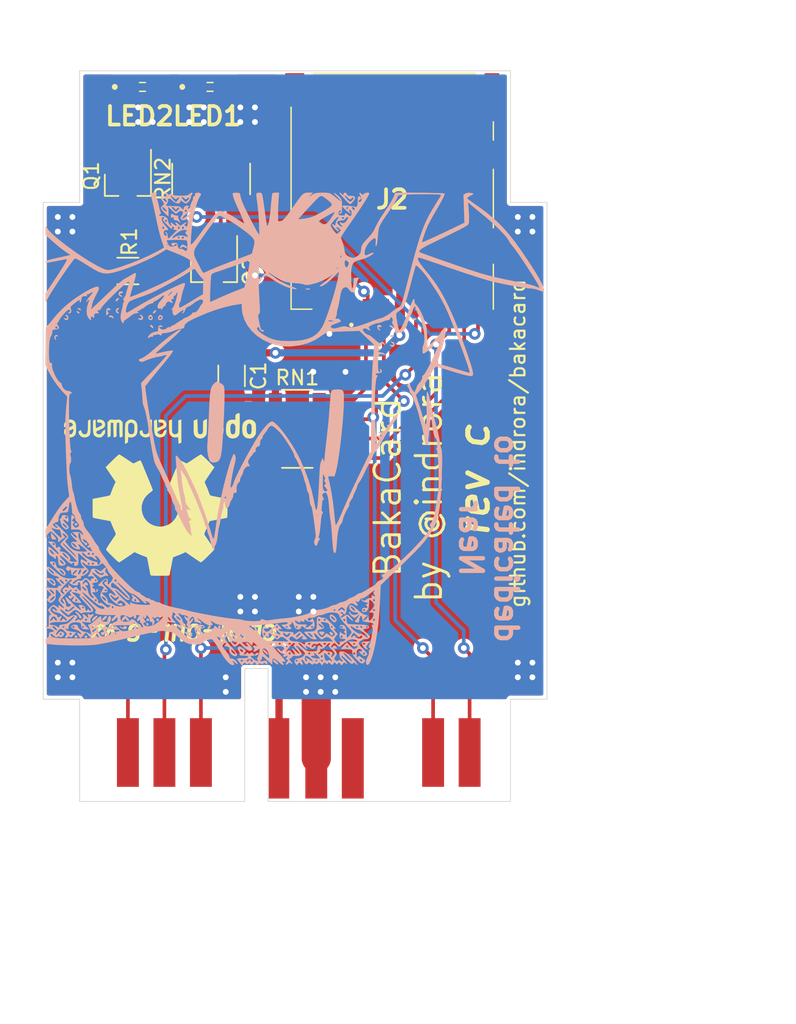
<source format=kicad_pcb>
(kicad_pcb (version 20211014) (generator pcbnew)
  (layers (0 "F.Cu" signal) (31 "B.Cu" signal) (34 "B.Paste" user) (35 "F.Paste" user) (36 "B.SilkS" user "B.Silkscreen") (37 "F.SilkS" user "F.Silkscreen") (38 "B.Mask" user) (39 "F.Mask" user) (44 "Edge.Cuts" user))
  (net 0 "")
  (net 1 "GND")
  (net 2 "+3V3")
  (net 3 "/ACK")
  (net 4 "/CLK")
  (net 5 "/CS")
  (net 6 "/DI")
  (net 7 "/DO")
  (net 8 "/CD")
  (net 9 "Net-(Q2-Pad2)")
  (net 11 "Net-(J2-Pad1)")
  (net 12 "Net-(J2-Pad8)")
  (net 13 "Net-(LED1-Pad2)")
  (net 14 "Net-(LED2-Pad2)")
  (footprint "Capacitor_SMD:C_1206_3216Metric" (layer "F.Cu") (at 179.9 99.375 -90)
    (fp_text reference "C1" (at 0 -1.85 90) (layer "F.SilkS"))
    (fp_text value "470nF")
    (pad "1" smd roundrect (at -1.475 0 270) (size 1.15 1.8) (layers "F.Cu" "F.Paste" "F.Mask") (roundrect_rratio 0.2173913043) (net 2 "+3V3"))
    (pad "2" smd roundrect (at 1.475 0 270) (size 1.15 1.8) (layers "F.Cu" "F.Paste" "F.Mask") (roundrect_rratio 0.2173913043) (net 1 "GND"))
  )
  (footprint "sd2ps2:PlayStation_Memory_Card" (layer "F.Cu") (at 184.25 128.5)
    (fp_text reference "J1")
    (fp_text value " ")
    (pad "1" smd rect locked (at 11.95 -3.35) (size 1.5 4.7) (layers "F.Cu" "F.Mask") (net 7 "/DO"))
    (pad "2" smd rect locked (at 9.45 -3.35) (size 1.5 4.7) (layers "F.Cu" "F.Mask") (net 6 "/DI"))
    (pad "3" smd rect locked (at 3.95 -2.95) (size 1.5 5.5) (layers "F.Cu" "F.Mask"))
    (pad "4" smd rect locked (at 1.45 -2.95) (size 1.5 5.5) (layers "F.Cu" "F.Mask") (net 1 "GND"))
    (pad "5" smd rect locked (at -1.1 -2.95) (size 1.4 5.5) (layers "F.Cu" "F.Mask") (net 2 "+3V3"))
    (pad "6" smd rect locked (at -6.45 -3.35) (size 1.5 4.7) (layers "F.Cu" "F.Mask") (net 5 "/CS"))
    (pad "7" smd rect locked (at -8.95 -3.35) (size 1.5 4.7) (layers "F.Cu" "F.Mask") (net 4 "/CLK"))
    (pad "8" smd rect locked (at -11.45 -3.35) (size 1.5 4.7) (layers "F.Cu" "F.Mask") (net 3 "/ACK"))
  )
  (footprint "SamacSys_Parts:DM3ATSFPEJM5" (layer "F.Cu") (at 190.9 87.3 180)
    (fp_text reference "J2" (at 0 0 180) (layer "F.SilkS") (effects (font (size 1.27 1.27) (thickness 0.254))))
    (fp_text value "DM3AT-SF-PEJM5" hide)
    (pad "1" smd rect locked (at 2.775 -7.412 180) (size 0.7 1.2) (layers "F.Cu" "F.Paste" "F.Mask") (net 11 "Net-(J2-Pad1)"))
    (pad "2" smd rect locked (at 1.675 -7.412 180) (size 0.7 1.2) (layers "F.Cu" "F.Paste" "F.Mask") (net 5 "/CS"))
    (pad "3" smd rect locked (at 0.575 -7.412 180) (size 0.7 1.2) (layers "F.Cu" "F.Paste" "F.Mask") (net 6 "/DI"))
    (pad "4" smd rect locked (at -0.525 -7.412 180) (size 0.7 1.2) (layers "F.Cu" "F.Paste" "F.Mask") (net 2 "+3V3"))
    (pad "5" smd rect locked (at -1.625 -7.412 180) (size 0.7 1.2) (layers "F.Cu" "F.Paste" "F.Mask") (net 4 "/CLK"))
    (pad "6" smd rect locked (at -2.725 -7.412 180) (size 0.7 1.2) (layers "F.Cu" "F.Paste" "F.Mask") (net 1 "GND"))
    (pad "7" smd rect locked (at -3.825 -7.412 180) (size 0.7 1.2) (layers "F.Cu" "F.Paste" "F.Mask") (net 7 "/DO"))
    (pad "8" smd rect locked (at -4.925 -7.412 180) (size 0.7 1.2) (layers "F.Cu" "F.Paste" "F.Mask") (net 12 "Net-(J2-Pad8)"))
    (pad "MP1" smd rect locked (at 4.325 -7.412 180) (size 1 1.2) (layers "F.Cu" "F.Paste" "F.Mask") (net 1 "GND"))
    (pad "MP2" smd rect locked (at -5.875 -7.412 180) (size 0.7 1.2) (layers "F.Cu" "F.Paste" "F.Mask") (net 8 "/CD"))
    (pad "MP3" smd rect locked (at -6.825 -3.112 180) (size 1 1.2) (layers "F.Cu" "F.Paste" "F.Mask") (net 1 "GND"))
    (pad "MP4" smd rect locked (at -6.825 3.087 270) (size 0.8 1) (layers "F.Cu" "F.Paste" "F.Mask") (net 2 "+3V3"))
    (pad "MP5" smd rect locked (at -6.825 7.237 180) (size 1 2.8) (layers "F.Cu" "F.Paste" "F.Mask") (net 1 "GND"))
    (pad "MP6" smd rect locked (at 6.675 7.688 180) (size 1.3 1.9) (layers "F.Cu" "F.Paste" "F.Mask") (net 1 "GND"))
  )
  (footprint "sd2ps2:LTSTS270KxKT" (layer "F.Cu") (at 178.425 79.6)
    (fp_text reference "LED1" (at -0.2 2) (layer "F.SilkS") (effects (font (size 1.27 1.27) (thickness 0.254))))
    (fp_text value "LTST-S270KGKT" hide)
    (pad "1" smd rect (at -1 0 90) (size 1.1 1.1) (layers "F.Cu" "F.Paste" "F.Mask") (net 1 "GND"))
    (pad "2" smd rect (at 1 0 90) (size 1.1 1.1) (layers "F.Cu" "F.Paste" "F.Mask") (net 13 "Net-(LED1-Pad2)"))
  )
  (footprint "Resistor_SMD:R_1206_3216Metric" (layer "F.Cu") (at 172.8 92.2)
    (fp_text reference "R1" (at 0.1 -2 90) (layer "F.SilkS"))
    (fp_text value "47")
    (pad "1" smd roundrect (at -1.4625 0) (size 1.125 1.75) (layers "F.Cu" "F.Paste" "F.Mask") (roundrect_rratio 0.2222222222) (net 3 "/ACK"))
    (pad "2" smd roundrect (at 1.4625 0) (size 1.125 1.75) (layers "F.Cu" "F.Paste" "F.Mask") (roundrect_rratio 0.2222222222) (net 1 "GND"))
  )
  (footprint "sd2ps2:SOT-7_23Combo" (layer "F.Cu") (at 172.8 86.3 -90)
    (fp_text reference "Q1" (at -0.6 2.5 -90) (layer "F.SilkS"))
    (fp_text value "DTC114T")
    (pad "1" smd rect (at -0.575 -0.4 270) (size 0.45 0.4) (layers "F.Cu" "F.Paste" "F.Mask") (net 8 "/CD"))
    (pad "1" smd rect (at -1.5 -0.9 270) (size 1.9 1) (layers "F.Cu" "F.Mask") (net 8 "/CD"))
    (pad "2" smd rect (at -1.5 0.9 270) (size 1.9 1) (layers "F.Cu" "F.Mask") (net 1 "GND"))
    (pad "2" smd rect (at -0.575 0.4 270) (size 0.45 0.4) (layers "F.Cu" "F.Paste" "F.Mask") (net 1 "GND"))
    (pad "3" smd rect (at 0.575 0 270) (size 0.45 0.5) (layers "F.Cu" "F.Paste" "F.Mask") (net 3 "/ACK"))
    (pad "3" smd rect (at 1.5 0 270) (size 1.9 0.8) (layers "F.Cu" "F.Mask") (net 3 "/ACK"))
  )
  (footprint "sd2ps2:SOT-7_23Combo" (layer "F.Cu") (at 178.7 92.2 -90)
    (fp_text reference "Q2" (at 0 -2.5 -90) (layer "F.SilkS"))
    (fp_text value "DTC114T")
    (pad "1" smd rect (at -0.575 -0.4 270) (size 0.45 0.4) (layers "F.Cu" "F.Paste" "F.Mask") (net 5 "/CS"))
    (pad "1" smd rect (at -1.5 -0.9 270) (size 1.9 1) (layers "F.Cu" "F.Mask") (net 5 "/CS"))
    (pad "2" smd rect (at -1.5 0.9 270) (size 1.9 1) (layers "F.Cu" "F.Mask") (net 9 "Net-(Q2-Pad2)"))
    (pad "2" smd rect (at -0.575 0.4 270) (size 0.45 0.4) (layers "F.Cu" "F.Paste" "F.Mask") (net 9 "Net-(Q2-Pad2)"))
    (pad "3" smd rect (at 1.5 0 270) (size 1.9 0.8) (layers "F.Cu" "F.Mask") (net 2 "+3V3"))
    (pad "3" smd rect (at 0.575 0 270) (size 0.45 0.5) (layers "F.Cu" "F.Paste" "F.Mask") (net 2 "+3V3"))
  )
  (footprint "Symbol:OSHW-Logo2_14.6x12mm_SilkScreen" (layer "F.Cu") (at 175 107.5 180)
    (fp_text reference "REF**" hide)
    (fp_text value "OSHW-Logo2_14.6x12mm_SilkScreen" hide)
  )
  (footprint "Fiducial:Fiducial_0.75mm_Mask1.5mm" (layer "F.Cu") (at 200 117)
    (fp_text reference "FID1" hide)
    (fp_text value "Fiducial")
    (pad "" smd circle (at 0 0) (size 0.75 0.75) (layers "F.Cu" "F.Mask") (clearance 0.375))
  )
  (footprint "Fiducial:Fiducial_0.75mm_Mask1.5mm" (layer "F.Cu") (at 168.5 91.5)
    (fp_text reference "FID2" hide)
    (fp_text value "Fiducial")
    (pad "" smd circle (at 0 0) (size 0.75 0.75) (layers "F.Cu" "F.Mask") (clearance 0.375))
  )
  (footprint "sd2ps2:LTSTS270KxKT" (layer "F.Cu") (at 173.8 79.6)
    (fp_text reference "LED2" (at -0.2 2) (layer "F.SilkS") (effects (font (size 1.27 1.27) (thickness 0.254))))
    (fp_text value "LTST-S270KRKT" hide)
    (pad "1" smd rect (at -1 0 90) (size 1.1 1.1) (layers "F.Cu" "F.Paste" "F.Mask") (net 1 "GND"))
    (pad "2" smd rect (at 1 0 90) (size 1.1 1.1) (layers "F.Cu" "F.Paste" "F.Mask") (net 14 "Net-(LED2-Pad2)"))
  )
  (footprint "Resistor_SMD:R_Array_Convex_4x1206" (layer "F.Cu") (at 178.5 85.9 90)
    (fp_text reference "RN2" (at 0 -3.3 90) (layer "F.SilkS"))
    (fp_text value "CAY16-1002F4LF")
    (pad "1" smd rect (at -1.5 -2 90) (size 0.9 0.9) (layers "F.Cu" "F.Paste" "F.Mask") (net 8 "/CD"))
    (pad "2" smd rect (at -1.5 -0.66 90) (size 0.9 0.9) (layers "F.Cu" "F.Paste" "F.Mask") (net 8 "/CD"))
    (pad "3" smd rect (at -1.5 0.66 90) (size 0.9 0.9) (layers "F.Cu" "F.Paste" "F.Mask") (net 9 "Net-(Q2-Pad2)"))
    (pad "4" smd rect (at -1.5 2 90) (size 0.9 0.9) (layers "F.Cu" "F.Paste" "F.Mask") (net 9 "Net-(Q2-Pad2)"))
    (pad "5" smd rect (at 1.5 2 90) (size 0.9 0.9) (layers "F.Cu" "F.Paste" "F.Mask") (net 13 "Net-(LED1-Pad2)"))
    (pad "6" smd rect (at 1.5 0.66 90) (size 0.9 0.9) (layers "F.Cu" "F.Paste" "F.Mask") (net 13 "Net-(LED1-Pad2)"))
    (pad "7" smd rect (at 1.5 -0.66 90) (size 0.9 0.9) (layers "F.Cu" "F.Paste" "F.Mask") (net 14 "Net-(LED2-Pad2)"))
    (pad "8" smd rect (at 1.5 -2 90) (size 0.9 0.9) (layers "F.Cu" "F.Paste" "F.Mask") (net 14 "Net-(LED2-Pad2)"))
  )
  (footprint "Resistor_SMD:R_Array_Convex_4x1206" (layer "F.Cu") (at 184.4 103)
    (fp_text reference "RN1" (at 0 -3.5) (layer "F.SilkS"))
    (fp_text value "CAY16-1002F4LF")
    (pad "1" smd rect (at -1.5 -2) (size 0.9 0.9) (layers "F.Cu" "F.Paste" "F.Mask") (net 2 "+3V3"))
    (pad "2" smd rect (at -1.5 -0.66) (size 0.9 0.9) (layers "F.Cu" "F.Paste" "F.Mask") (net 2 "+3V3"))
    (pad "3" smd rect (at -1.5 0.66) (size 0.9 0.9) (layers "F.Cu" "F.Paste" "F.Mask") (net 2 "+3V3"))
    (pad "4" smd rect (at -1.5 2) (size 0.9 0.9) (layers "F.Cu" "F.Paste" "F.Mask") (net 2 "+3V3"))
    (pad "5" smd rect (at 1.5 2) (size 0.9 0.9) (layers "F.Cu" "F.Paste" "F.Mask") (net 12 "Net-(J2-Pad8)"))
    (pad "6" smd rect (at 1.5 0.66) (size 0.9 0.9) (layers "F.Cu" "F.Paste" "F.Mask") (net 7 "/DO"))
    (pad "7" smd rect (at 1.5 -0.66) (size 0.9 0.9) (layers "F.Cu" "F.Paste" "F.Mask") (net 5 "/CS"))
    (pad "8" smd rect (at 1.5 -2) (size 0.9 0.9) (layers "F.Cu" "F.Paste" "F.Mask") (net 11 "Net-(J2-Pad1)"))
  )
  (footprint "Fiducial:Fiducial_1mm_Mask2mm" (layer "F.Cu") (at 168.5 117)
    (fp_text reference "FID3" hide)
    (fp_text value "Fiducial")
    (pad "" smd circle (at 0 0) (size 1 1) (layers "F.Cu" "F.Mask") (clearance 0.5))
  )
  (footprint "sd2ps2:cirno" (layer "B.Cu") (at 184.2 103)
    (fp_text reference "G***" hide)
    (fp_text value "LOGO" hide)
  )
  (gr_line (start 180.8 119.4) (end 180.8 128.5) (layer "Edge.Cuts") (width 0.05))
  (gr_line (start 201.5 121.5) (end 199 121.5) (layer "Edge.Cuts") (width 0.05))
  (gr_line (start 182.4 128.5) (end 182.4 119.4) (layer "Edge.Cuts") (width 0.05))
  (gr_line (start 180.8 128.5) (end 169.5 128.5) (layer "Edge.Cuts") (width 0.05))
  (gr_line (start 199 121.5) (end 199 128.5) (layer "Edge.Cuts") (width 0.05))
  (gr_line (start 182.4 119.4) (end 180.8 119.4) (layer "Edge.Cuts") (width 0.05))
  (gr_line (start 199 128.5) (end 182.4 128.5) (layer "Edge.Cuts") (width 0.05))
  (gr_line (start 169.5 121.5) (end 167 121.5) (layer "Edge.Cuts") (width 0.05))
  (gr_line (start 199 87.5) (end 201.5 87.5) (layer "Edge.Cuts") (width 0.05))
  (gr_line (start 199 78.5) (end 199 87.5) (layer "Edge.Cuts") (width 0.05))
  (gr_line (start 201.5 87.5) (end 201.5 121.5) (layer "Edge.Cuts") (width 0.05))
  (gr_line (start 167 121.5) (end 167 87.5) (layer "Edge.Cuts") (width 0.05))
  (gr_line (start 169.5 121.5) (end 169.5 128.5) (layer "Edge.Cuts") (width 0.05))
  (gr_line (start 169.5 87.5) (end 169.5 78.5) (layer "Edge.Cuts") (width 0.05))
  (gr_line (start 167 87.5) (end 169.5 87.5) (layer "Edge.Cuts") (width 0.05))
  (gr_line (start 169.5 78.5) (end 199 78.5) (layer "Edge.Cuts") (width 0.05))
  (gr_text "dedicated to\nNear" (at 197.5 110.5 270) (layer "B.SilkS") (effects (font (size 1.5 1.5) (thickness 0.3)) (justify mirror)))
  (gr_text "github.com/indrora/bakacard" (at 199.5 104 90) (layer "F.SilkS") (effects (font (size 1 1))))
  (gr_text "rev c" (at 196.5 106.5 90) (layer "F.SilkS") (effects (font (size 2 2) (thickness 0.35) italic)))
  (gr_text "CERN-OHL-S v2" (at 176.7 116.9 180) (layer "F.SilkS") (effects (font (size 1 1) (thickness 0.25) italic)))
  (gr_text "BakaCard\nby @indrora" (at 192 107 90) (layer "F.SilkS") (effects (font (size 1.75 1.75) (thickness 0.2))))
  (segment (start 185.7 125.55) (end 185.7 121.3) (width 2) (layer "F.Cu") (net 1))
  (via (at 184.5 114.5) (size 0.8) (drill 0.4) (layers "F.Cu" "B.Cu") (net 1))
  (via (at 180.5 81) (size 0.8) (drill 0.4) (layers "F.Cu" "B.Cu") (net 1))
  (via (at 177 81) (size 0.8) (drill 0.4) (layers "F.Cu" "B.Cu") (net 1))
  (via (at 173.5 82) (size 0.8) (drill 0.4) (layers "F.Cu" "B.Cu") (net 1))
  (via (at 200.5 89.5) (size 0.8) (drill 0.4) (layers "F.Cu" "B.Cu") (net 1))
  (via (at 199.5 120) (size 0.8) (drill 0.4) (layers "F.Cu" "B.Cu") (net 1))
  (via (at 168 89.5) (size 0.8) (drill 0.4) (layers "F.Cu" "B.Cu") (net 1))
  (via (at 169 89.5) (size 0.8) (drill 0.4) (layers "F.Cu" "B.Cu") (net 1))
  (via (at 178 81) (size 0.8) (drill 0.4) (layers "F.Cu" "B.Cu") (net 1))
  (via (at 180.5 115.5) (size 0.8) (drill 0.4) (layers "F.Cu" "B.Cu") (net 1))
  (via (at 181.5 82) (size 0.8) (drill 0.4) (layers "F.Cu" "B.Cu") (net 1))
  (via (at 169 88.5) (size 0.8) (drill 0.4) (layers "F.Cu" "B.Cu") (net 1))
  (via (at 168 88.5) (size 0.8) (drill 0.4) (layers "F.Cu" "B.Cu") (net 1))
  (via (at 200.5 120) (size 0.8) (drill 0.4) (layers "F.Cu" "B.Cu") (net 1))
  (via (at 181.5 81) (size 0.8) (drill 0.4) (layers "F.Cu" "B.Cu") (net 1))
  (via (at 184.5 115.5) (size 0.8) (drill 0.4) (layers "F.Cu" "B.Cu") (net 1))
  (via (at 179.5 120) (size 0.8) (drill 0.4) (layers "F.Cu" "B.Cu") (net 1))
  (via (at 186 121) (size 0.8) (drill 0.4) (layers "F.Cu" "B.Cu") (net 1))
  (via (at 168 119) (size 0.8) (drill 0.4) (layers "F.Cu" "B.Cu") (net 1))
  (via (at 173.5 81) (size 0.8) (drill 0.4) (layers "F.Cu" "B.Cu") (net 1))
  (via (at 185 121) (size 0.8) (drill 0.4) (layers "F.Cu" "B.Cu") (net 1))
  (via (at 186 120) (size 0.8) (drill 0.4) (layers "F.Cu" "B.Cu") (net 1))
  (via (at 185.5 99.1) (size 0.8) (drill 0.4) (layers "F.Cu" "B.Cu") (net 1))
  (via (at 169 120) (size 0.8) (drill 0.4) (layers "F.Cu" "B.Cu") (net 1))
  (via (at 185 120) (size 0.8) (drill 0.4) (layers "F.Cu" "B.Cu") (net 1))
  (via (at 187 120) (size 0.8) (drill 0.4) (layers "F.Cu" "B.Cu") (net 1))
  (via (at 187.7 99.1) (size 0.8) (drill 0.4) (layers "F.Cu" "B.Cu") (net 1))
  (via (at 186.6 96.5) (size 0.8) (drill 0.4) (layers "F.Cu" "B.Cu") (net 1))
  (via (at 200.5 119) (size 0.8) (drill 0.4) (layers "F.Cu" "B.Cu") (net 1))
  (via (at 200.5 88.5) (size 0.8) (drill 0.4) (layers "F.Cu" "B.Cu") (net 1))
  (via (at 199.5 119) (size 0.8) (drill 0.4) (layers "F.Cu" "B.Cu") (net 1))
  (via (at 181.5 115.5) (size 0.8) (drill 0.4) (layers "F.Cu" "B.Cu") (net 1))
  (via (at 180.5 82) (size 0.8) (drill 0.4) (layers "F.Cu" "B.Cu") (net 1))
  (via (at 199.5 88.5) (size 0.8) (drill 0.4) (layers "F.Cu" "B.Cu") (net 1))
  (via (at 185.5 114.5) (size 0.8) (drill 0.4) (layers "F.Cu" "B.Cu") (net 1))
  (via (at 177 82) (size 0.8) (drill 0.4) (layers "F.Cu" "B.Cu") (net 1))
  (via (at 179.5 121) (size 0.8) (drill 0.4) (layers "F.Cu" "B.Cu") (net 1))
  (via (at 187 121) (size 0.8) (drill 0.4) (layers "F.Cu" "B.Cu") (net 1))
  (via (at 185.5 115.5) (size 0.8) (drill 0.4) (layers "F.Cu" "B.Cu") (net 1))
  (via (at 169 119) (size 0.8) (drill 0.4) (layers "F.Cu" "B.Cu") (net 1))
  (via (at 180.5 114.5) (size 0.8) (drill 0.4) (layers "F.Cu" "B.Cu") (net 1))
  (via (at 178 82) (size 0.8) (drill 0.4) (layers "F.Cu" "B.Cu") (net 1))
  (via (at 181.5 114.5) (size 0.8) (drill 0.4) (layers "F.Cu" "B.Cu") (net 1))
  (via (at 174.5 82) (size 0.8) (drill 0.4) (layers "F.Cu" "B.Cu") (net 1))
  (via (at 168 120) (size 0.8) (drill 0.4) (layers "F.Cu" "B.Cu") (net 1))
  (via (at 199.5 89.5) (size 0.8) (drill 0.4) (layers "F.Cu" "B.Cu") (net 1))
  (segment (start 193.587 84.213) (end 197.725 84.213) (width 0.5) (layer "F.Cu") (net 2))
  (segment (start 191.425 94.712) (end 191.425 86.375) (width 0.5) (layer "F.Cu") (net 2))
  (segment (start 181.3 97.8) (end 182.9 99.4) (width 0.5) (layer "F.Cu") (net 2))
  (segment (start 178.7 93.7) (end 178.7 97) (width 0.5) (layer "F.Cu") (net 2))
  (segment (start 183.15 125.55) (end 183.15 105.25) (width 0.5) (layer "F.Cu") (net 2))
  (segment (start 182.9 99.4) (end 182.9 101) (width 0.5) (layer "F.Cu") (net 2))
  (segment (start 178.7 97) (end 179.5 97.8) (width 0.5) (layer "F.Cu") (net 2))
  (segment (start 191.425 96.575) (end 191.4 96.6) (width 0.5) (layer "F.Cu") (net 2))
  (segment (start 191.425 86.375) (end 193.587 84.213) (width 0.5) (layer "F.Cu") (net 2))
  (segment (start 182.9 103.66) (end 182.9 102.34) (width 0.5) (layer "F.Cu") (net 2))
  (segment (start 182.9 102.34) (end 182.9 101) (width 0.5) (layer "F.Cu") (net 2))
  (segment (start 179.5 97.8) (end 181.3 97.8) (width 0.5) (layer "F.Cu") (net 2))
  (segment (start 183.15 105.25) (end 182.9 105) (width 0.5) (layer "F.Cu") (net 2))
  (segment (start 181.3 97.8) (end 182.9 97.8) (width 0.5) (layer "F.Cu") (net 2))
  (segment (start 182.9 103.66) (end 182.9 105) (width 0.5) (layer "F.Cu") (net 2))
  (segment (start 191.425 94.712) (end 191.425 96.575) (width 0.5) (layer "F.Cu") (net 2))
  (via (at 182.9 97.8) (size 0.8) (drill 0.4) (layers "F.Cu" "B.Cu") (net 2))
  (via (at 191.4 96.6) (size 0.8) (drill 0.4) (layers "F.Cu" "B.Cu") (net 2))
  (segment (start 190.2 97.8) (end 191.4 96.6) (width 0.5) (layer "B.Cu") (net 2))
  (segment (start 182.9 97.8) (end 190.2 97.8) (width 0.5) (layer "B.Cu") (net 2))
  (segment (start 171.3375 91.1625) (end 172.8 89.7) (width 0.25) (layer "F.Cu") (net 3))
  (segment (start 171.3375 92.2) (end 171.3375 91.1625) (width 0.25) (layer "F.Cu") (net 3))
  (segment (start 172.8 125.15) (end 172.8 97.8) (width 0.25) (layer "F.Cu") (net 3))
  (segment (start 172.8 97.8) (end 171.3375 96.3375) (width 0.25) (layer "F.Cu") (net 3))
  (segment (start 172.8 89.7) (end 172.8 87.8) (width 0.25) (layer "F.Cu") (net 3))
  (segment (start 171.3375 96.3375) (end 171.3375 92.2) (width 0.25) (layer "F.Cu") (net 3))
  (segment (start 175.4 118.1) (end 175.3 118.2) (width 0.25) (layer "F.Cu") (net 4))
  (segment (start 191.8 99.3) (end 192.525 98.575) (width 0.25) (layer "F.Cu") (net 4))
  (segment (start 175.3 118.2) (end 175.3 125.15) (width 0.25) (layer "F.Cu") (net 4))
  (segment (start 192.525 98.575) (end 192.525 94.712) (width 0.25) (layer "F.Cu") (net 4))
  (via (at 175.4 118.1) (size 0.8) (drill 0.4) (layers "F.Cu" "B.Cu") (net 4))
  (via (at 191.8 99.3) (size 0.8) (drill 0.4) (layers "F.Cu" "B.Cu") (net 4))
  (segment (start 176.75 100.75) (end 175.4 102.1) (width 0.25) (layer "B.Cu") (net 4))
  (segment (start 191.7 99.3) (end 190.25 100.75) (width 0.25) (layer "B.Cu") (net 4))
  (segment (start 191.8 99.3) (end 191.7 99.3) (width 0.25) (layer "B.Cu") (net 4))
  (segment (start 175.4 102.1) (end 175.4 118.1) (width 0.25) (layer "B.Cu") (net 4))
  (segment (start 190.25 100.75) (end 176.75 100.75) (width 0.25) (layer "B.Cu") (net 4))
  (segment (start 189.46 102.34) (end 185.9 102.34) (width 0.25) (layer "F.Cu") (net 5))
  (segment (start 189.6 102.2) (end 189.46 102.34) (width 0.25) (layer "F.Cu") (net 5))
  (segment (start 189.225 93.862) (end 188.963 93.6) (width 0.25) (layer "F.Cu") (net 5))
  (segment (start 189.225 96.225) (end 189.225 94.712) (width 0.25) (layer "F.Cu") (net 5))
  (segment (start 181.5 92.5) (end 181.4 92.5) (width 0.25) (layer "F.Cu") (net 5))
  (segment (start 181.4 92.5) (end 179.6 90.7) (width 0.25) (layer "F.Cu") (net 5))
  (segment (start 189.8 96.8) (end 189.225 96.225) (width 0.25) (layer "F.Cu") (net 5))
  (segment (start 177.8 118) (end 177.8 125.15) (width 0.25) (layer "F.Cu") (net 5))
  (segment (start 189.225 94.712) (end 189.225 93.862) (width 0.25) (layer "F.Cu") (net 5))
  (segment (start 189.8 102) (end 189.8 96.8) (width 0.25) (layer "F.Cu") (net 5))
  (segment (start 189.6 102.2) (end 189.8 102) (width 0.25) (layer "F.Cu") (net 5))
  (via (at 188.963 93.6) (size 0.8) (drill 0.4) (layers "F.Cu" "B.Cu") (net 5))
  (via (at 189.6 102.2) (size 0.8) (drill 0.4) (layers "F.Cu" "B.Cu") (net 5))
  (via (at 181.5 92.5) (size 0.8) (drill 0.4) (layers "F.Cu" "B.Cu") (net 5))
  (via (at 177.8 118) (size 0.8) (drill 0.4) (layers "F.Cu" "B.Cu") (net 5))
  (segment (start 189.7 116.6) (end 188.3 118) (width 0.25) (layer "B.Cu") (net 5))
  (segment (start 181.5 92.5) (end 187.863 92.5) (width 0.25) (layer "B.Cu") (net 5))
  (segment (start 189.7 102.3) (end 189.7 116.6) (width 0.25) (layer "B.Cu") (net 5))
  (segment (start 188.3 118) (end 177.8 118) (width 0.25) (layer "B.Cu") (net 5))
  (segment (start 187.863 92.5) (end 188.963 93.6) (width 0.25) (layer "B.Cu") (net 5))
  (segment (start 189.6 102.2) (end 189.7 102.3) (width 0.25) (layer "B.Cu") (net 5))
  (segment (start 190.325 99.725) (end 190.325 94.712) (width 0.25) (layer "F.Cu") (net 6))
  (segment (start 193.7 118.7) (end 193.7 125.15) (width 0.25) (layer "F.Cu") (net 6))
  (segment (start 191.7 101.1) (end 190.325 99.725) (width 0.25) (layer "F.Cu") (net 6))
  (segment (start 193 118) (end 193.7 118.7) (width 0.25) (layer "F.Cu") (net 6))
  (via (at 193 118) (size 0.8) (drill 0.4) (layers "F.Cu" "B.Cu") (net 6))
  (via (at 191.7 101.1) (size 0.8) (drill 0.4) (layers "F.Cu" "B.Cu") (net 6))
  (segment (start 191.1 116.1) (end 193 118) (width 0.25) (layer "B.Cu") (net 6))
  (segment (start 191.1 101.7) (end 191.1 116.1) (width 0.25) (layer "B.Cu") (net 6))
  (segment (start 191.7 101.1) (end 191.1 101.7) (width 0.25) (layer "B.Cu") (net 6))
  (segment (start 194.8 96.3245) (end 194.8 94.787) (width 0.25) (layer "F.Cu") (net 7))
  (segment (start 193.9 97.2245) (end 194.8 96.3245) (width 0.25) (layer "F.Cu") (net 7))
  (segment (start 193.9 97.2245) (end 193.9 100.55) (width 0.25) (layer "F.Cu") (net 7))
  (segment (start 190.79 103.66) (end 185.9 103.66) (width 0.25) (layer "F.Cu") (net 7))
  (segment (start 196.2 118.4) (end 196.2 125.15) (width 0.25) (layer "F.Cu") (net 7))
  (segment (start 195.8 118) (end 196.2 118.4) (width 0.25) (layer "F.Cu") (net 7))
  (segment (start 193.9 100.55) (end 190.79 103.66) (width 0.25) (layer "F.Cu") (net 7))
  (via (at 193.9 97.2245) (size 0.8) (drill 0.4) (layers "F.Cu" "B.Cu") (net 7))
  (via (at 195.8 118) (size 0.8) (drill 0.4) (layers "F.Cu" "B.Cu") (net 7))
  (segment (start 195.8 116.8) (end 195.8 118) (width 0.25) (layer "B.Cu") (net 7))
  (segment (start 193.9 97.2245) (end 193.9 114.9) (width 0.25) (layer "B.Cu") (net 7))
  (segment (start 193.9 114.9) (end 195.8 116.8) (width 0.25) (layer "B.Cu") (net 7))
  (segment (start 177.84 87.4) (end 176.5 87.4) (width 0.25) (layer "F.Cu") (net 8))
  (segment (start 174.5 87.4) (end 176.5 87.4) (width 0.25) (layer "F.Cu") (net 8))
  (segment (start 196.775 96.2745) (end 196.775 94.712) (width 0.25) (layer "F.Cu") (net 8))
  (segment (start 173.7 84.8) (end 173.7 86.6) (width 0.25) (layer "F.Cu") (net 8))
  (segment (start 177.5 88.5) (end 176.5 87.5) (width 0.25) (layer "F.Cu") (net 8))
  (segment (start 196.5495 96.5) (end 196.775 96.2745) (width 0.25) (layer "F.Cu") (net 8))
  (segment (start 173.7 86.6) (end 174.5 87.4) (width 0.25) (layer "F.Cu") (net 8))
  (via (at 177.5 88.5) (size 0.8) (drill 0.4) (layers "F.Cu" "B.Cu") (net 8))
  (via (at 196.5495 96.5) (size 0.8) (drill 0.4) (layers "F.Cu" "B.Cu") (net 8))
  (segment (start 193.5 96.5) (end 185.5 88.5) (width 0.25) (layer "B.Cu") (net 8))
  (segment (start 185.5 88.5) (end 177.5 88.5) (width 0.25) (layer "B.Cu") (net 8))
  (segment (start 196.5495 96.5) (end 193.5 96.5) (width 0.25) (layer "B.Cu") (net 8))
  (segment (start 177.8 90.25) (end 179.16 88.89) (width 0.25) (layer "F.Cu") (net 9))
  (segment (start 179.16 88.89) (end 179.16 87.4) (width 0.25) (layer "F.Cu") (net 9))
  (segment (start 180.5 87.4) (end 179.16 87.4) (width 0.25) (layer "F.Cu") (net 9))
  (segment (start 189.1 100.2) (end 188.3 101) (width 0.25) (layer "F.Cu") (net 11))
  (segment (start 189.1 96.735718) (end 189.1 100.2) (width 0.25) (layer "F.Cu") (net 11))
  (segment (start 188.125 94.712) (end 188.125 95.760718) (width 0.25) (layer "F.Cu") (net 11))
  (segment (start 188.125 95.760718) (end 189.1 96.735718) (width 0.25) (layer "F.Cu") (net 11))
  (segment (start 188.3 101) (end 185.9 101) (width 0.25) (layer "F.Cu") (net 11))
  (segment (start 190.4 105) (end 195.825 99.575) (width 0.25) (layer "F.Cu") (net 12))
  (segment (start 195.825 99.575) (end 195.825 94.712) (width 0.25) (layer "F.Cu") (net 12))
  (segment (start 185.9 105) (end 190.4 105) (width 0.25) (layer "F.Cu") (net 12))
  (segment (start 179.16 82.44) (end 179.16 84.4) (width 0.25) (layer "F.Cu") (net 13))
  (segment (start 180.5 84.4) (end 179.16 84.4) (width 0.25) (layer "F.Cu") (net 13))
  (segment (start 179.425 79.6) (end 179.425 82.175) (width 0.25) (layer "F.Cu") (net 13))
  (segment (start 179.425 82.175) (end 179.16 82.44) (width 0.25) (layer "F.Cu") (net 13))
  (segment (start 177.84 84.4) (end 176.5 84.4) (width 0.25) (layer "F.Cu") (net 14))
  (segment (start 174.8 80.9) (end 176.5 82.6) (width 0.25) (layer "F.Cu") (net 14))
  (segment (start 174.8 79.6) (end 174.8 80.9) (width 0.25) (layer "F.Cu") (net 14))
  (segment (start 176.5 82.6) (end 176.5 84.4) (width 0.25) (layer "F.Cu") (net 14))
  (zone (net 1) (net_name "GND") (layer "F.Cu") (connect_pads (clearance 0.25)) (min_thickness 0.25) (fill yes (thermal_gap 0.508) (thermal_bridge_width 0.508) (island_removal_mode 2) (island_area_min 100))
    (polygon (pts (xy 199 83) (xy 199 87.5) (xy 201.5 87.5) (xy 201.5 121.5) (xy 167 121.5) (xy 167 87.5) (xy 169.5 87.5) (xy 169.5 83) (xy 169.5 78.5) (xy 199 78.5)))
  )
  (zone (net 1) (net_name "GND") (layer "B.Cu") (connect_pads (clearance 0.25)) (min_thickness 0.25) (fill yes (thermal_gap 0.508) (thermal_bridge_width 0.508))
    (polygon (pts (xy 199 83) (xy 199 87.5) (xy 201.5 87.5) (xy 201.5 121.5) (xy 167 121.5) (xy 167 87.5) (xy 169.5 87.5) (xy 169.5 83) (xy 169.5 78.5) (xy 199 78.5)))
  )
)
</source>
